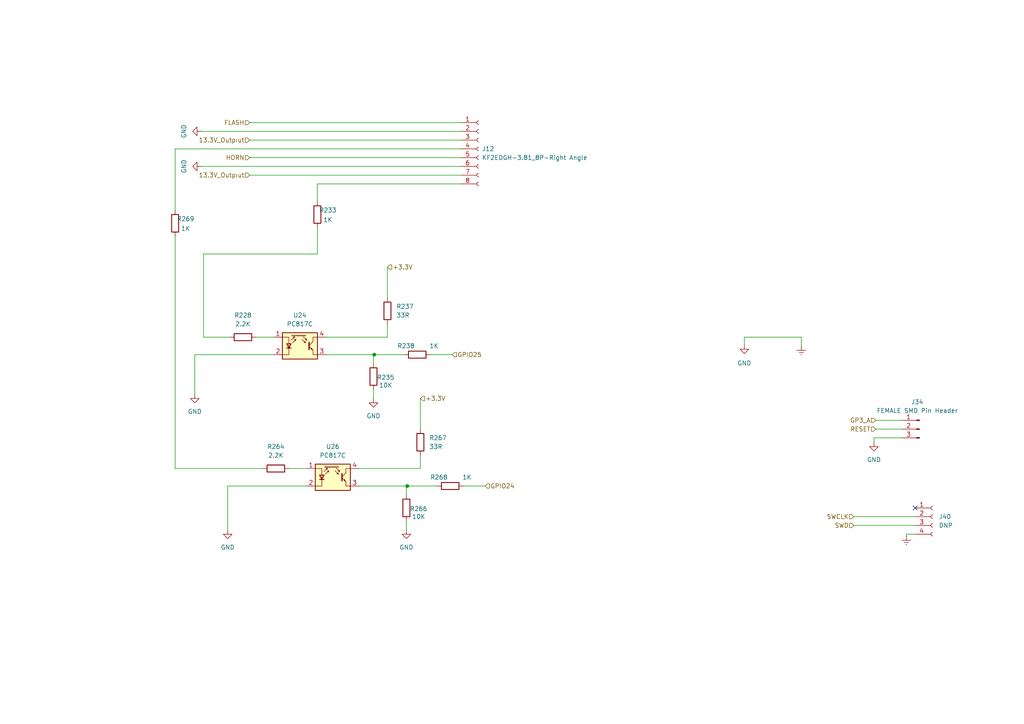
<source format=kicad_sch>
(kicad_sch (version 20231120) (generator "eeschema") (generator_version "8.0")
  (paper "A4")
  (lib_symbols
    (symbol "Connector:Conn_01x03_Pin" (pin_names (offset 1.016) hide)
      (property "Reference" "J" (at 0 5.08 0))
      (property "Value" "Conn_01x03_Pin" (at 0 -5.08 0))
      (symbol "Conn_01x03_Pin_1_1"
        (polyline (pts (xy 1.27 -2.54) (xy 0.8636 -2.54)) (stroke (width 0.1524)))
        (polyline (pts (xy 1.27 0) (xy 0.8636 0)) (stroke (width 0.1524)))
        (polyline (pts (xy 1.27 2.54) (xy 0.8636 2.54)) (stroke (width 0.1524)))
        (rectangle (start 0.8636 -2.413) (end 0 -2.667) (stroke (width 0.1524)) (fill (type outline)))
        (rectangle (start 0.8636 0.127) (end 0 -0.127) (stroke (width 0.1524)) (fill (type outline)))
        (rectangle (start 0.8636 2.667) (end 0 2.413) (stroke (width 0.1524)) (fill (type outline)))
        (pin passive line (at 5.08 2.54 180) (length 3.81) (name "Pin_1") (number "1"))
        (pin passive line (at 5.08 0 180) (length 3.81) (name "Pin_2") (number "2"))
        (pin passive line (at 5.08 -2.54 180) (length 3.81) (name "Pin_3") (number "3"))
      )
    )
    (symbol "Connector:Conn_01x04_Socket" (pin_names (offset 1.016) hide)
      (property "Reference" "J" (at 0 5.08 0))
      (property "Value" "Conn_01x04_Socket" (at 0 -7.62 0))
      (symbol "Conn_01x04_Socket_1_1"
        (arc (start 0 -4.572) (mid -0.5058 -5.08) (end 0 -5.588) (stroke (width 0.1524)))
        (arc (start 0 -2.032) (mid -0.5058 -2.54) (end 0 -3.048) (stroke (width 0.1524)))
        (polyline (pts (xy -1.27 -5.08) (xy -0.508 -5.08)) (stroke (width 0.1524)))
        (polyline (pts (xy -1.27 -2.54) (xy -0.508 -2.54)) (stroke (width 0.1524)))
        (polyline (pts (xy -1.27 0) (xy -0.508 0)) (stroke (width 0.1524)))
        (polyline (pts (xy -1.27 2.54) (xy -0.508 2.54)) (stroke (width 0.1524)))
        (arc (start 0 0.508) (mid -0.5058 0) (end 0 -0.508) (stroke (width 0.1524)))
        (arc (start 0 3.048) (mid -0.5058 2.54) (end 0 2.032) (stroke (width 0.1524)))
        (pin passive line (at -5.08 2.54 0) (length 3.81) (name "Pin_1") (number "1"))
        (pin passive line (at -5.08 0 0) (length 3.81) (name "Pin_2") (number "2"))
        (pin passive line (at -5.08 -2.54 0) (length 3.81) (name "Pin_3") (number "3"))
        (pin passive line (at -5.08 -5.08 0) (length 3.81) (name "Pin_4") (number "4"))
      )
    )
    (symbol "Connector:Conn_01x08_Socket" (pin_names (offset 1.016) hide)
      (property "Reference" "J" (at 0 10.16 0))
      (property "Value" "Conn_01x08_Socket" (at 0 -12.7 0))
      (symbol "Conn_01x08_Socket_1_1"
        (arc (start 0 -9.652) (mid -0.5058 -10.16) (end 0 -10.668) (stroke (width 0.1524)))
        (arc (start 0 -7.112) (mid -0.5058 -7.62) (end 0 -8.128) (stroke (width 0.1524)))
        (arc (start 0 -4.572) (mid -0.5058 -5.08) (end 0 -5.588) (stroke (width 0.1524)))
        (arc (start 0 -2.032) (mid -0.5058 -2.54) (end 0 -3.048) (stroke (width 0.1524)))
        (polyline (pts (xy -1.27 -10.16) (xy -0.508 -10.16)) (stroke (width 0.1524)))
        (polyline (pts (xy -1.27 -7.62) (xy -0.508 -7.62)) (stroke (width 0.1524)))
        (polyline (pts (xy -1.27 -5.08) (xy -0.508 -5.08)) (stroke (width 0.1524)))
        (polyline (pts (xy -1.27 -2.54) (xy -0.508 -2.54)) (stroke (width 0.1524)))
        (polyline (pts (xy -1.27 0) (xy -0.508 0)) (stroke (width 0.1524)))
        (polyline (pts (xy -1.27 2.54) (xy -0.508 2.54)) (stroke (width 0.1524)))
        (polyline (pts (xy -1.27 5.08) (xy -0.508 5.08)) (stroke (width 0.1524)))
        (polyline (pts (xy -1.27 7.62) (xy -0.508 7.62)) (stroke (width 0.1524)))
        (arc (start 0 0.508) (mid -0.5058 0) (end 0 -0.508) (stroke (width 0.1524)))
        (arc (start 0 3.048) (mid -0.5058 2.54) (end 0 2.032) (stroke (width 0.1524)))
        (arc (start 0 5.588) (mid -0.5058 5.08) (end 0 4.572) (stroke (width 0.1524)))
        (arc (start 0 8.128) (mid -0.5058 7.62) (end 0 7.112) (stroke (width 0.1524)))
        (pin passive line (at -5.08 7.62 0) (length 3.81) (name "Pin_1") (number "1"))
        (pin passive line (at -5.08 5.08 0) (length 3.81) (name "Pin_2") (number "2"))
        (pin passive line (at -5.08 2.54 0) (length 3.81) (name "Pin_3") (number "3"))
        (pin passive line (at -5.08 0 0) (length 3.81) (name "Pin_4") (number "4"))
        (pin passive line (at -5.08 -2.54 0) (length 3.81) (name "Pin_5") (number "5"))
        (pin passive line (at -5.08 -5.08 0) (length 3.81) (name "Pin_6") (number "6"))
        (pin passive line (at -5.08 -7.62 0) (length 3.81) (name "Pin_7") (number "7"))
        (pin passive line (at -5.08 -10.16 0) (length 3.81) (name "Pin_8") (number "8"))
      )
    )
    (symbol "Device:R" (pin_numbers hide) (pin_names (offset 0))
      (property "Reference" "R" (at 2.032 0 90))
      (property "Value" "R" (at 0 0 90))
      (symbol "R_0_1"
        (rectangle (start -1.016 -2.54) (end 1.016 2.54) (stroke (width 0.254)))
      )
      (symbol "R_1_1"
        (pin passive line (at 0 3.81 270) (length 1.27) (name "~") (number "1"))
        (pin passive line (at 0 -3.81 90) (length 1.27) (name "~") (number "2"))
      )
    )
    (symbol "Sensor_Proximity:SFH9201" (pin_names (offset 0.0254) hide)
      (property "Reference" "U?" (at 0 8.89 0))
      (property "Value" "SFH9201" (at 0 6.35 0))
      (symbol "SFH9201_0_1"
        (polyline (pts (xy -3.81 -0.635) (xy -2.54 -0.635)) (stroke (width 0.254)))
        (polyline (pts (xy -2.286 2.921) (xy -2.032 3.175)))
        (polyline (pts (xy -1.778 2.921) (xy -1.524 3.175)))
        (polyline (pts (xy -1.524 2.667) (xy -1.651 2.159)))
        (polyline (pts (xy -1.27 2.921) (xy -1.016 3.175)))
        (polyline (pts (xy -1.143 1.905) (xy -1.27 1.397)))
        (polyline (pts (xy -0.762 2.921) (xy -0.508 3.175)))
        (polyline (pts (xy -0.254 2.921) (xy 0 3.175)))
        (polyline (pts (xy 0.254 2.921) (xy 0.508 3.175)))
        (polyline (pts (xy 0.762 2.921) (xy 1.016 3.175)))
        (polyline (pts (xy 1.27 2.921) (xy 1.524 3.175)))
        (polyline (pts (xy 1.651 0.889) (xy 1.143 1.016)))
        (polyline (pts (xy 1.778 2.921) (xy -2.413 2.921)))
        (polyline (pts (xy 2.032 1.651) (xy 1.524 1.778)))
        (polyline (pts (xy 2.667 -0.127) (xy 3.81 -1.27)))
        (polyline (pts (xy 2.667 0.127) (xy 3.81 1.27)))
        (polyline (pts (xy -2.54 1.651) (xy -1.524 2.667) (xy -2.032 2.54)))
        (polyline (pts (xy -2.159 0.889) (xy -1.143 1.905) (xy -1.651 1.778)))
        (polyline (pts (xy 0.635 1.905) (xy 1.651 0.889) (xy 1.524 1.397)))
        (polyline (pts (xy 1.016 2.667) (xy 2.032 1.651) (xy 1.905 2.159)))
        (polyline (pts (xy 2.667 1.016) (xy 2.667 -1.016) (xy 2.667 -1.016)) (stroke (width 0.3556)))
        (polyline (pts (xy 3.81 -1.27) (xy 3.81 -2.54) (xy 5.08 -2.54)))
        (polyline (pts (xy 3.81 1.27) (xy 3.81 2.54) (xy 5.08 2.54)))
        (polyline (pts (xy -5.08 -2.54) (xy -3.175 -2.54) (xy -3.175 2.54) (xy -5.08 2.54)))
        (polyline (pts (xy -3.175 -0.635) (xy -3.81 0.635) (xy -2.54 0.635) (xy -3.175 -0.635)) (stroke (width 0.254)))
        (polyline (pts (xy 3.683 -1.143) (xy 3.429 -0.635) (xy 3.175 -0.889) (xy 3.683 -1.143)))
        (polyline (pts (xy -5.08 -3.81) (xy 5.08 -3.81) (xy 5.08 3.81) (xy -5.08 3.81) (xy -5.08 -3.81)) (stroke (width 0.254)) (fill (type background)))
      )
      (symbol "SFH9201_1_1"
        (pin passive line (at -7.62 2.54 0) (length 2.54) (name "A") (number "1"))
        (pin passive line (at -7.62 -2.54 0) (length 2.54) (name "K") (number "2"))
        (pin open_emitter line (at 7.62 -2.54 180) (length 2.54) (name "E") (number "3"))
        (pin open_collector line (at 7.62 2.54 180) (length 2.54) (name "C") (number "4"))
      )
    )
    (symbol "power:Earth" (power) (pin_names (offset 0))
      (symbol "Earth_0_1"
        (polyline (pts (xy -0.635 -1.905) (xy 0.635 -1.905)))
        (polyline (pts (xy -0.127 -2.54) (xy 0.127 -2.54)))
        (polyline (pts (xy 0 -1.27) (xy 0 0)))
        (polyline (pts (xy 1.27 -1.27) (xy -1.27 -1.27)))
      )
      (symbol "Earth_1_1"
        (pin power_in line (at 0 0 270) (length 0) hide (name "Earth") (number "1"))
      )
    )
    (symbol "power:GND" (power) (pin_names (offset 0))
      (property "Value" "GND" (at 0 -3.81 0))
      (symbol "GND_0_1"
        (polyline (pts (xy 0 0) (xy 0 -1.27) (xy 1.27 -1.27) (xy 0 -2.54) (xy -1.27 -1.27) (xy 0 -1.27)))
      )
      (symbol "GND_1_1"
        (pin power_in line (at 0 0 270) (length 0) hide (name "GND") (number "1"))
      )
    )
  )
  (junction (at 118.11 140.971))
  (junction (at 108.5627 102.87))
  (no_connect (at 265.43 147.32))
  (wire (pts (xy 74.2727 97.789) (xy 79.3527 97.789)))
  (wire (pts (xy 108.3183 102.87) (xy 108.5627 102.87)))
  (wire (pts (xy 72.39 40.64) (xy 133.7183 40.64)))
  (wire (pts (xy 83.82 135.89) (xy 88.9 135.89)))
  (wire (pts (xy 118.11 140.971) (xy 126.7556 140.971)))
  (wire (pts (xy 56.4927 102.869) (xy 79.3527 102.869)))
  (wire (pts (xy 66.04 140.97) (xy 88.9 140.97)))
  (wire (pts (xy 102.2127 53.339) (xy 102.2127 53.34)))
  (wire (pts (xy 58.42 38.1) (xy 133.7183 38.1)))
  (wire (pts (xy 117.8656 140.971) (xy 117.8656 143.5026)))
  (wire (pts (xy 104.14 135.89) (xy 121.92 135.89)))
  (wire (pts (xy 72.39 45.72) (xy 133.7183 45.72)))
  (wire (pts (xy 232.41 97.79) (xy 232.41 100.33)))
  (wire (pts (xy 112.3727 93.979) (xy 112.3727 97.789)))
  (wire (pts (xy 50.8 43.18) (xy 133.7183 43.18)))
  (wire (pts (xy 50.8 135.89) (xy 76.2 135.89)))
  (wire (pts (xy 262.89 154.94) (xy 262.89 155.448)))
  (wire (pts (xy 72.39 35.56) (xy 133.7183 35.56)))
  (wire (pts (xy 104.14 140.97) (xy 118.11 140.97)))
  (wire (pts (xy 102.2127 53.34) (xy 133.7183 53.34)))
  (wire (pts (xy 66.04 140.97) (xy 66.04 153.67)))
  (wire (pts (xy 92.0527 66.039) (xy 92.0527 73.659)))
  (wire (pts (xy 253.492 127) (xy 253.492 128.27)))
  (wire (pts (xy 247.65 152.4) (xy 265.43 152.4)))
  (wire (pts (xy 121.92 115.57) (xy 121.92 124.46)))
  (wire (pts (xy 118.11 140.97) (xy 118.11 140.971)))
  (wire (pts (xy 134.3756 140.971) (xy 140.7256 140.971)))
  (wire (pts (xy 117.8656 151.1226) (xy 117.8656 153.671)))
  (wire (pts (xy 108.5627 102.87) (xy 117.2083 102.87)))
  (wire (pts (xy 92.0363 53.339) (xy 102.2127 53.339)))
  (wire (pts (xy 232.41 97.79) (xy 215.8794 97.79)))
  (wire (pts (xy 265.43 154.94) (xy 262.89 154.94)))
  (wire (pts (xy 108.5627 102.869) (xy 108.5627 102.87)))
  (wire (pts (xy 117.8656 140.971) (xy 118.11 140.971)))
  (wire (pts (xy 247.65 149.86) (xy 265.43 149.86)))
  (wire (pts (xy 254 121.92) (xy 261.62 121.92)))
  (wire (pts (xy 59.0327 73.659) (xy 59.0327 97.789)))
  (wire (pts (xy 59.0327 97.789) (xy 66.6527 97.789)))
  (wire (pts (xy 108.3183 102.87) (xy 108.3183 105.4016)))
  (wire (pts (xy 92.0527 73.659) (xy 59.0327 73.659)))
  (wire (pts (xy 58.42 48.26) (xy 133.7183 48.26)))
  (wire (pts (xy 94.5927 102.869) (xy 108.5627 102.869)))
  (wire (pts (xy 94.5927 97.789) (xy 112.3727 97.789)))
  (wire (pts (xy 215.8794 97.79) (xy 215.8794 100.0068)))
  (wire (pts (xy 50.8 43.18) (xy 50.8 60.96)))
  (wire (pts (xy 124.8283 102.87) (xy 131.1783 102.87)))
  (wire (pts (xy 50.8 68.58) (xy 50.8 135.89)))
  (wire (pts (xy 72.39 50.8) (xy 133.7183 50.8)))
  (wire (pts (xy 261.62 127) (xy 253.492 127)))
  (wire (pts (xy 92.0363 58.419) (xy 92.0527 58.419)))
  (wire (pts (xy 254 124.46) (xy 261.62 124.46)))
  (wire (pts (xy 121.92 132.08) (xy 121.92 135.89)))
  (wire (pts (xy 108.3183 113.0216) (xy 108.3183 115.57)))
  (wire (pts (xy 92.0363 53.339) (xy 92.0363 58.419)))
  (wire (pts (xy 56.4927 102.869) (xy 56.4927 114.299)))
  (wire (pts (xy 112.3727 77.469) (xy 112.3727 86.359)))
  (hierarchical_label "GP3_A" (shape input) (at 254 121.92 180))
  (hierarchical_label "RESET" (shape input) (at 254 124.46 180))
  (hierarchical_label "GPIO25" (shape input) (at 131.1783 102.87 0))
  (hierarchical_label "SWCLK" (shape input) (at 247.65 149.86 180))
  (hierarchical_label "+3.3V" (shape input) (at 112.3727 77.469 0))
  (hierarchical_label "HORN" (shape input) (at 72.39 45.72 180))
  (hierarchical_label "+3.3V" (shape input) (at 121.92 115.57 0))
  (hierarchical_label "SWD" (shape input) (at 247.65 152.4 180))
  (hierarchical_label "13.3V_Outpıut" (shape input) (at 72.39 50.8 180))
  (hierarchical_label "FLASH" (shape input) (at 72.39 35.56 180))
  (hierarchical_label "13.3V_Outpıut" (shape input) (at 72.39 40.64 180))
  (hierarchical_label "GPIO24" (shape input) (at 140.7256 140.971 0))
  (symbol (lib_id "Device:R") (at 121.0183 102.87 90) (unit 1)
    (property "Reference" "R238" (at 117.7598 100.331 90))
    (property "Value" "1K" (at 125.8878 100.331 90))
    (property "Footprint" "Resistor_SMD:R_0603_1608Metric" (effects (hide yes)))
    (property "Description" "Resistor" (effects (hide yes)))
    (property "MPN" "0603WAF1001T5E" (effects (hide yes)))
    (instances (project "Movita_3566_XV_Router_V3.2(Normal_Analogsuz)" (path "" (reference "R238") (unit 1))) (project "LM1117" (path "" (reference "R?") (unit 1)) (path "" (reference "R?") (unit 1)) (path "" (reference "R?") (unit 1))) (project "IO_Board" (path "" (reference "R3") (unit 1))))
  )
  (symbol (lib_id "power:GND") (at 108.3183 115.57 0) (unit 1)
    (property "Reference" "#PWR045" (effects (hide yes)))
    (property "Value" "GND" (at 108.3183 120.65 0))
    (property "Description" "Power symbol creates a global label with name \"GND\" , ground" (effects (hide yes)))
    (instances (project "Movita_3566_XV_Router_V3.2(Normal_Analogsuz)" (path "" (reference "#PWR045") (unit 1))) (project "LM1117" (path "" (reference "#PWR05") (unit 1)) (path "" (reference "#PWR014") (unit 1)) (path "" (reference "#PWR019") (unit 1))) (project "IO_Board" (path "" (reference "#PWR020") (unit 1))))
  )
  (symbol (lib_id "Device:R") (at 117.8656 147.3126 180) (unit 1)
    (property "Reference" "R266" (at 121.4216 147.575 0))
    (property "Value" "10K" (at 121.4216 149.861 0))
    (property "Footprint" "Resistor_SMD:R_0603_1608Metric" (effects (hide yes)))
    (property "Description" "Resistor" (effects (hide yes)))
    (property "MPN" "0603WAF1002T5E" (effects (hide yes)))
  )
  (symbol (lib_id "Device:R") (at 70.4627 97.789 90) (unit 1)
    (property "Reference" "R228" (at 70.4627 91.439 90))
    (property "Value" "2.2K" (at 70.4627 93.979 90))
    (property "Footprint" "Resistor_SMD:R_0603_1608Metric" (effects (hide yes)))
    (property "Description" "Resistor" (effects (hide yes)))
    (property "MPN" "0603WAF2201T5E" (effects (hide yes)))
    (instances (project "Movita_3566_XV_Router_V3.2(Normal_Analogsuz)" (path "" (reference "R228") (unit 1))) (project "LM1117" (path "" (reference "R?") (unit 1)) (path "" (reference "R?") (unit 1)) (path "" (reference "R?") (unit 1))) (project "IO_Board" (path "" (reference "R1") (unit 1))))
  )
  (symbol (lib_id "power:GND") (at 56.4927 114.299 0) (unit 1)
    (property "Reference" "#PWR043" (effects (hide yes)))
    (property "Value" "GND" (at 56.4927 119.379 0))
    (property "Description" "Power symbol creates a global label with name \"GND\" , ground" (effects (hide yes)))
    (instances (project "Movita_3566_XV_Router_V3.2(Normal_Analogsuz)" (path "" (reference "#PWR043") (unit 1))) (project "LM1117" (path "" (reference "#PWR05") (unit 1)) (path "" (reference "#PWR012") (unit 1)) (path "" (reference "#PWR017") (unit 1))) (project "IO_Board" (path "" (reference "#PWR017") (unit 1))))
  )
  (symbol (lib_id "Device:R") (at 50.8 64.77 0) (unit 1)
    (property "Reference" "R269" (at 53.848 63.5 0))
    (property "Value" "1K" (at 53.848 66.294 0))
    (property "Footprint" "Resistor_SMD:R_0603_1608Metric" (effects (hide yes)))
    (property "Description" "Resistor" (effects (hide yes)))
    (property "MPN" "0603WAF1001T5E" (effects (hide yes)))
  )
  (symbol (lib_id "power:GND") (at 215.8794 100.0068 0) (mirror y) (unit 1)
    (property "Reference" "#PWR0146" (effects (hide yes)))
    (property "Value" "GND" (at 215.8794 105.3408 0))
    (property "Description" "Power symbol creates a global label with name \"GND\" , ground" (effects (hide yes)))
  )
  (symbol (lib_id "power:GND") (at 58.42 38.1 270) (unit 1)
    (property "Reference" "#PWR044" (effects (hide yes)))
    (property "Value" "GND" (at 53.34 38.1 0))
    (property "Description" "Power symbol creates a global label with name \"GND\" , ground" (effects (hide yes)))
  )
  (symbol (lib_id "Connector:Conn_01x08_Socket") (at 138.7983 43.18 0) (unit 1)
    (property "Reference" "J12" (at 139.767 43.1799 0) (effects (justify left)))
    (property "Value" "KF2EDGH-3.81_8P-Right Angle" (at 139.767 45.7199 0) (effects (justify left)))
    (property "Footprint" "KF2EDGH:KF2EDGH-3.81_8P" (effects (hide yes)))
    (property "Description" "Generic connector, single row, 01x08, script generated" (effects (hide yes)))
    (property "MPN" "15EDGK-3.81 双层 2*4p" (effects (hide yes)))
  )
  (symbol (lib_id "Device:R") (at 92.0527 62.229 0) (unit 1)
    (property "Reference" "R233" (at 95.1007 60.959 0))
    (property "Value" "1K" (at 95.1007 63.753 0))
    (property "Footprint" "Resistor_SMD:R_0603_1608Metric" (effects (hide yes)))
    (property "Description" "Resistor" (effects (hide yes)))
    (property "MPN" "0603WAF1001T5E" (effects (hide yes)))
    (instances (project "Movita_3566_XV_Router_V3.2(Normal_Analogsuz)" (path "" (reference "R233") (unit 1))) (project "LM1117" (path "" (reference "R1") (unit 1)) (path "" (reference "R?") (unit 1))) (project "IO_Board" (path "" (reference "R11") (unit 1))))
  )
  (symbol (lib_id "power:GND") (at 58.42 48.26 270) (unit 1)
    (property "Reference" "#PWR0277" (effects (hide yes)))
    (property "Value" "GND" (at 53.34 48.26 0))
    (property "Description" "Power symbol creates a global label with name \"GND\" , ground" (effects (hide yes)))
  )
  (symbol (lib_id "power:GND") (at 253.492 128.27 0) (unit 1)
    (property "Reference" "#PWR0226" (effects (hide yes)))
    (property "Value" "GND" (at 253.492 133.35 0))
    (property "Description" "Power symbol creates a global label with name \"GND\" , ground" (effects (hide yes)))
  )
  (symbol (lib_id "power:GND") (at 117.8656 153.671 0) (unit 1)
    (property "Reference" "#PWR0231" (effects (hide yes)))
    (property "Value" "GND" (at 117.8656 158.751 0))
    (property "Description" "Power symbol creates a global label with name \"GND\" , ground" (effects (hide yes)))
  )
  (symbol (lib_id "power:GND") (at 66.04 153.67 0) (unit 1)
    (property "Reference" "#PWR0232" (effects (hide yes)))
    (property "Value" "GND" (at 66.04 158.75 0))
    (property "Description" "Power symbol creates a global label with name \"GND\" , ground" (effects (hide yes)))
  )
  (symbol (lib_id "Sensor_Proximity:SFH9201") (at 96.52 138.43 0) (unit 1)
    (property "Reference" "U26" (at 96.52 129.54 0))
    (property "Value" "PC817C" (at 96.52 132.08 0))
    (property "Footprint" "HDMI 2.0 TX:PC817" (effects (hide yes)))
    (property "MPN" "PC817C_4PIN_SMD" (effects (hide yes)))
  )
  (symbol (lib_id "Device:R") (at 80.01 135.89 90) (unit 1)
    (property "Reference" "R264" (at 80.01 129.54 90))
    (property "Value" "2.2K" (at 80.01 132.08 90))
    (property "Footprint" "Resistor_SMD:R_0603_1608Metric" (effects (hide yes)))
    (property "Description" "Resistor" (effects (hide yes)))
    (property "MPN" "0603WAF2201T5E" (effects (hide yes)))
  )
  (symbol (lib_id "Connector:Conn_01x03_Pin") (at 266.7 124.46 0) (mirror y) (unit 1)
    (property "Reference" "J34" (at 266.065 116.586 0))
    (property "Value" "FEMALE SMD Pin Header" (at 266.065 119.126 0))
    (property "Footprint" "Connector_PinSocket_2.54mm:PinSocket_1x03_P2.54mm_Vertical_SMD_Pin1Left" (effects (hide yes)))
    (property "Description" "Generic connector, single row, 01x03, script generated" (effects (hide yes)))
    (property "MPN" "1*3p 2.54 贴片排母  " (effects (hide yes)))
  )
  (symbol (lib_id "power:Earth") (at 232.41 100.33 0) (unit 1)
    (property "Reference" "#PWR0162" (effects (hide yes)))
    (property "Value" "Earth" (effects (hide yes)))
    (property "Description" "Power symbol creates a global label with name \"Earth\"" (effects (hide yes)))
  )
  (symbol (lib_id "Sensor_Proximity:SFH9201") (at 86.9727 100.329 0) (unit 1)
    (property "Reference" "U24" (at 86.9727 91.439 0))
    (property "Value" "PC817C" (at 86.9727 93.979 0))
    (property "Footprint" "HDMI 2.0 TX:PC817" (effects (hide yes)))
    (property "MPN" "PC817C_4PIN_SMD" (effects (hide yes)))
    (instances (project "Movita_3566_XV_Router_V3.2(Normal_Analogsuz)" (path "" (reference "U24") (unit 1))) (project "LM1117" (path "" (reference "U?") (unit 1)) (path "" (reference "U?") (unit 1))) (project "IO_Board" (path "" (reference "U1") (unit 1))))
  )
  (symbol (lib_id "Device:R") (at 112.3727 90.169 0) (unit 1)
    (property "Reference" "R237" (at 114.9127 88.8989 0) (effects (justify left)))
    (property "Value" "33R" (at 114.9127 91.4389 0) (effects (justify left)))
    (property "Footprint" "Resistor_SMD:R_0603_1608Metric" (effects (hide yes)))
    (property "Description" "Resistor" (effects (hide yes)))
    (property "MPN" "0603WAF330JT5E" (effects (hide yes)))
    (instances (project "Movita_3566_XV_Router_V3.2(Normal_Analogsuz)" (path "" (reference "R237") (unit 1))) (project "LM1117" (path "" (reference "R?") (unit 1)) (path "" (reference "R?") (unit 1)) (path "" (reference "R?") (unit 1))) (project "IO_Board" (path "" (reference "R3") (unit 1))))
  )
  (symbol (lib_id "Connector:Conn_01x04_Socket") (at 270.51 149.86 0) (unit 1)
    (property "Reference" "J40" (at 272.288 149.8599 0) (effects (justify left)))
    (property "Value" "DNP" (at 272.288 152.3999 0) (effects (justify left)))
    (property "Footprint" "Connector_PinSocket_2.00mm:PinSocket_1x04_P2.00mm_Vertical" (effects (hide yes)))
    (property "Description" "Generic connector, single row, 01x04, script generated" (effects (hide yes)))
  )
  (symbol (lib_id "Device:R") (at 130.5656 140.971 90) (unit 1)
    (property "Reference" "R268" (at 127.3071 138.432 90))
    (property "Value" "1K" (at 135.4351 138.432 90))
    (property "Footprint" "Resistor_SMD:R_0603_1608Metric" (effects (hide yes)))
    (property "Description" "Resistor" (effects (hide yes)))
    (property "MPN" "0603WAF1001T5E" (effects (hide yes)))
  )
  (symbol (lib_id "Device:R") (at 121.92 128.27 0) (unit 1)
    (property "Reference" "R267" (at 124.46 126.9999 0) (effects (justify left)))
    (property "Value" "33R" (at 124.46 129.5399 0) (effects (justify left)))
    (property "Footprint" "Resistor_SMD:R_0603_1608Metric" (effects (hide yes)))
    (property "Description" "Resistor" (effects (hide yes)))
    (property "MPN" "0603WAF330JT5E" (effects (hide yes)))
  )
  (symbol (lib_id "Device:R") (at 108.3183 109.2116 180) (unit 1)
    (property "Reference" "R235" (at 111.8743 109.474 0))
    (property "Value" "10K" (at 111.8743 111.76 0))
    (property "Footprint" "Resistor_SMD:R_0603_1608Metric" (effects (hide yes)))
    (property "Description" "Resistor" (effects (hide yes)))
    (property "MPN" "0603WAF1002T5E" (effects (hide yes)))
    (instances (project "Movita_3566_XV_Router_V3.2(Normal_Analogsuz)" (path "" (reference "R235") (unit 1))) (project "LM1117" (path "" (reference "R?") (unit 1)) (path "" (reference "R?") (unit 1)) (path "" (reference "R?") (unit 1))) (project "IO_Board" (path "" (reference "R3") (unit 1))))
  )
  (symbol (lib_id "power:Earth") (at 262.89 155.448 0) (unit 1)
    (property "Reference" "#PWR0234" (effects (hide yes)))
    (property "Value" "Earth" (effects (hide yes)))
    (property "Description" "Power symbol creates a global label with name \"Earth\"" (effects (hide yes)))
  )
)
</source>
